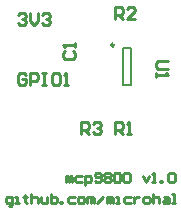
<source format=gto>
G04 Layer_Color=15132400*
%FSLAX25Y25*%
%MOIN*%
G70*
G01*
G75*
%ADD17C,0.00984*%
%ADD18C,0.00787*%
%ADD19C,0.01000*%
D17*
X157096Y479231D02*
G03*
X157096Y479231I-492J0D01*
G01*
D18*
X159950Y478148D02*
X162706D01*
X159950Y465943D02*
X162706D01*
X159950D02*
Y478148D01*
X162706Y465943D02*
Y478148D01*
D19*
X140668Y477166D02*
X140001Y476499D01*
Y475166D01*
X140668Y474500D01*
X143333D01*
X144000Y475166D01*
Y476499D01*
X143333Y477166D01*
X144000Y478499D02*
Y479832D01*
Y479165D01*
X140001D01*
X140668Y478499D01*
X175213Y474002D02*
X171881D01*
X171214Y473335D01*
Y472002D01*
X171881Y471336D01*
X175213D01*
X171214Y470003D02*
Y468670D01*
Y469336D01*
X175213D01*
X174546Y470003D01*
X157500Y488000D02*
Y491999D01*
X159499D01*
X160166Y491332D01*
Y489999D01*
X159499Y489333D01*
X157500D01*
X158833D02*
X160166Y488000D01*
X164164D02*
X161499D01*
X164164Y490666D01*
Y491332D01*
X163498Y491999D01*
X162165D01*
X161499Y491332D01*
X157500Y449500D02*
Y453499D01*
X159499D01*
X160166Y452832D01*
Y451499D01*
X159499Y450833D01*
X157500D01*
X158833D02*
X160166Y449500D01*
X161499D02*
X162832D01*
X162165D01*
Y453499D01*
X161499Y452832D01*
X146000Y449500D02*
Y453499D01*
X147999D01*
X148666Y452832D01*
Y451499D01*
X147999Y450833D01*
X146000D01*
X147333D02*
X148666Y449500D01*
X149999Y452832D02*
X150665Y453499D01*
X151998D01*
X152664Y452832D01*
Y452166D01*
X151998Y451499D01*
X151332D01*
X151998D01*
X152664Y450833D01*
Y450166D01*
X151998Y449500D01*
X150665D01*
X149999Y450166D01*
X141000Y433500D02*
Y435633D01*
X141533D01*
X142066Y435100D01*
Y433500D01*
Y435100D01*
X142599Y435633D01*
X143133Y435100D01*
Y433500D01*
X146332Y435633D02*
X144732D01*
X144199Y435100D01*
Y434033D01*
X144732Y433500D01*
X146332D01*
X147398Y432434D02*
Y435633D01*
X148997D01*
X149531Y435100D01*
Y434033D01*
X148997Y433500D01*
X147398D01*
X150597Y434033D02*
X151130Y433500D01*
X152196D01*
X152729Y434033D01*
Y436166D01*
X152196Y436699D01*
X151130D01*
X150597Y436166D01*
Y435633D01*
X151130Y435100D01*
X152729D01*
X153796Y436166D02*
X154329Y436699D01*
X155395D01*
X155929Y436166D01*
Y435633D01*
X155395Y435100D01*
X155929Y434566D01*
Y434033D01*
X155395Y433500D01*
X154329D01*
X153796Y434033D01*
Y434566D01*
X154329Y435100D01*
X153796Y435633D01*
Y436166D01*
X154329Y435100D02*
X155395D01*
X156995Y436166D02*
X157528Y436699D01*
X158594D01*
X159127Y436166D01*
Y434033D01*
X158594Y433500D01*
X157528D01*
X156995Y434033D01*
Y436166D01*
X160194D02*
X160727Y436699D01*
X161793D01*
X162327Y436166D01*
Y434033D01*
X161793Y433500D01*
X160727D01*
X160194Y434033D01*
Y436166D01*
X166592Y435633D02*
X167658Y433500D01*
X168724Y435633D01*
X169791Y433500D02*
X170857D01*
X170324D01*
Y436699D01*
X169791Y436166D01*
X172457Y433500D02*
Y434033D01*
X172990D01*
Y433500D01*
X172457D01*
X175122Y436166D02*
X175655Y436699D01*
X176722D01*
X177255Y436166D01*
Y434033D01*
X176722Y433500D01*
X175655D01*
X175122Y434033D01*
Y436166D01*
X122066Y425434D02*
X122599D01*
X123133Y425967D01*
Y428633D01*
X121533D01*
X121000Y428099D01*
Y427033D01*
X121533Y426500D01*
X123133D01*
X124199D02*
X125265D01*
X124732D01*
Y428633D01*
X124199D01*
X127398Y429166D02*
Y428633D01*
X126865D01*
X127931D01*
X127398D01*
Y427033D01*
X127931Y426500D01*
X129531Y429699D02*
Y426500D01*
Y428099D01*
X130064Y428633D01*
X131130D01*
X131663Y428099D01*
Y426500D01*
X132729Y428633D02*
Y427033D01*
X133263Y426500D01*
X134862D01*
Y428633D01*
X135928Y429699D02*
Y426500D01*
X137528D01*
X138061Y427033D01*
Y427566D01*
Y428099D01*
X137528Y428633D01*
X135928D01*
X139128Y426500D02*
Y427033D01*
X139661D01*
Y426500D01*
X139128D01*
X143926Y428633D02*
X142326D01*
X141793Y428099D01*
Y427033D01*
X142326Y426500D01*
X143926D01*
X145525D02*
X146592D01*
X147125Y427033D01*
Y428099D01*
X146592Y428633D01*
X145525D01*
X144992Y428099D01*
Y427033D01*
X145525Y426500D01*
X148191D02*
Y428633D01*
X148724D01*
X149258Y428099D01*
Y426500D01*
Y428099D01*
X149791Y428633D01*
X150324Y428099D01*
Y426500D01*
X151390D02*
X153523Y428633D01*
X154589Y426500D02*
Y428633D01*
X155122D01*
X155656Y428099D01*
Y426500D01*
Y428099D01*
X156189Y428633D01*
X156722Y428099D01*
Y426500D01*
X157788D02*
X158854D01*
X158321D01*
Y428633D01*
X157788D01*
X162587D02*
X160987D01*
X160454Y428099D01*
Y427033D01*
X160987Y426500D01*
X162587D01*
X163653Y428633D02*
Y426500D01*
Y427566D01*
X164186Y428099D01*
X164719Y428633D01*
X165252D01*
X167385Y426500D02*
X168451D01*
X168984Y427033D01*
Y428099D01*
X168451Y428633D01*
X167385D01*
X166852Y428099D01*
Y427033D01*
X167385Y426500D01*
X170051Y429699D02*
Y426500D01*
Y428099D01*
X170584Y428633D01*
X171650D01*
X172184Y428099D01*
Y426500D01*
X173783Y428633D02*
X174849D01*
X175382Y428099D01*
Y426500D01*
X173783D01*
X173250Y427033D01*
X173783Y427566D01*
X175382D01*
X176449Y426500D02*
X177515D01*
X176982D01*
Y429699D01*
X176449D01*
X127666Y469332D02*
X126999Y469999D01*
X125666D01*
X125000Y469332D01*
Y466666D01*
X125666Y466000D01*
X126999D01*
X127666Y466666D01*
Y467999D01*
X126333D01*
X128999Y466000D02*
Y469999D01*
X130998D01*
X131665Y469332D01*
Y467999D01*
X130998Y467333D01*
X128999D01*
X132997Y469999D02*
X134330D01*
X133664D01*
Y466000D01*
X132997D01*
X134330D01*
X138329Y469999D02*
X136996D01*
X136330Y469332D01*
Y466666D01*
X136996Y466000D01*
X138329D01*
X138996Y466666D01*
Y469332D01*
X138329Y469999D01*
X140328Y466000D02*
X141661D01*
X140995D01*
Y469999D01*
X140328Y469332D01*
X125000Y489332D02*
X125666Y489999D01*
X126999D01*
X127666Y489332D01*
Y488666D01*
X126999Y487999D01*
X126333D01*
X126999D01*
X127666Y487333D01*
Y486666D01*
X126999Y486000D01*
X125666D01*
X125000Y486666D01*
X128999Y489999D02*
Y487333D01*
X130332Y486000D01*
X131665Y487333D01*
Y489999D01*
X132997Y489332D02*
X133664Y489999D01*
X134997D01*
X135663Y489332D01*
Y488666D01*
X134997Y487999D01*
X134330D01*
X134997D01*
X135663Y487333D01*
Y486666D01*
X134997Y486000D01*
X133664D01*
X132997Y486666D01*
M02*

</source>
